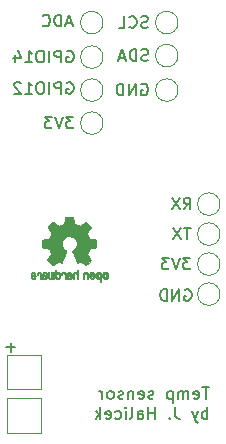
<source format=gbr>
G04 #@! TF.GenerationSoftware,KiCad,Pcbnew,(5.0.0)*
G04 #@! TF.CreationDate,2019-07-27T01:42:12+02:00*
G04 #@! TF.ProjectId,v3,76332E6B696361645F70636200000000,rev?*
G04 #@! TF.SameCoordinates,Original*
G04 #@! TF.FileFunction,Legend,Bot*
G04 #@! TF.FilePolarity,Positive*
%FSLAX46Y46*%
G04 Gerber Fmt 4.6, Leading zero omitted, Abs format (unit mm)*
G04 Created by KiCad (PCBNEW (5.0.0)) date 07/27/19 01:42:12*
%MOMM*%
%LPD*%
G01*
G04 APERTURE LIST*
%ADD10C,0.200000*%
%ADD11C,0.120000*%
%ADD12C,0.010000*%
%ADD13C,0.150000*%
G04 APERTURE END LIST*
D10*
X155730761Y-85089380D02*
X155159333Y-85089380D01*
X155445047Y-86089380D02*
X155445047Y-85089380D01*
X154445047Y-86041761D02*
X154540285Y-86089380D01*
X154730761Y-86089380D01*
X154826000Y-86041761D01*
X154873619Y-85946523D01*
X154873619Y-85565571D01*
X154826000Y-85470333D01*
X154730761Y-85422714D01*
X154540285Y-85422714D01*
X154445047Y-85470333D01*
X154397428Y-85565571D01*
X154397428Y-85660809D01*
X154873619Y-85756047D01*
X153968857Y-86089380D02*
X153968857Y-85422714D01*
X153968857Y-85517952D02*
X153921238Y-85470333D01*
X153826000Y-85422714D01*
X153683142Y-85422714D01*
X153587904Y-85470333D01*
X153540285Y-85565571D01*
X153540285Y-86089380D01*
X153540285Y-85565571D02*
X153492666Y-85470333D01*
X153397428Y-85422714D01*
X153254571Y-85422714D01*
X153159333Y-85470333D01*
X153111714Y-85565571D01*
X153111714Y-86089380D01*
X152635523Y-85422714D02*
X152635523Y-86422714D01*
X152635523Y-85470333D02*
X152540285Y-85422714D01*
X152349809Y-85422714D01*
X152254571Y-85470333D01*
X152206952Y-85517952D01*
X152159333Y-85613190D01*
X152159333Y-85898904D01*
X152206952Y-85994142D01*
X152254571Y-86041761D01*
X152349809Y-86089380D01*
X152540285Y-86089380D01*
X152635523Y-86041761D01*
X151016476Y-86041761D02*
X150921238Y-86089380D01*
X150730761Y-86089380D01*
X150635523Y-86041761D01*
X150587904Y-85946523D01*
X150587904Y-85898904D01*
X150635523Y-85803666D01*
X150730761Y-85756047D01*
X150873619Y-85756047D01*
X150968857Y-85708428D01*
X151016476Y-85613190D01*
X151016476Y-85565571D01*
X150968857Y-85470333D01*
X150873619Y-85422714D01*
X150730761Y-85422714D01*
X150635523Y-85470333D01*
X149778380Y-86041761D02*
X149873619Y-86089380D01*
X150064095Y-86089380D01*
X150159333Y-86041761D01*
X150206952Y-85946523D01*
X150206952Y-85565571D01*
X150159333Y-85470333D01*
X150064095Y-85422714D01*
X149873619Y-85422714D01*
X149778380Y-85470333D01*
X149730761Y-85565571D01*
X149730761Y-85660809D01*
X150206952Y-85756047D01*
X149302190Y-85422714D02*
X149302190Y-86089380D01*
X149302190Y-85517952D02*
X149254571Y-85470333D01*
X149159333Y-85422714D01*
X149016476Y-85422714D01*
X148921238Y-85470333D01*
X148873619Y-85565571D01*
X148873619Y-86089380D01*
X148445047Y-86041761D02*
X148349809Y-86089380D01*
X148159333Y-86089380D01*
X148064095Y-86041761D01*
X148016476Y-85946523D01*
X148016476Y-85898904D01*
X148064095Y-85803666D01*
X148159333Y-85756047D01*
X148302190Y-85756047D01*
X148397428Y-85708428D01*
X148445047Y-85613190D01*
X148445047Y-85565571D01*
X148397428Y-85470333D01*
X148302190Y-85422714D01*
X148159333Y-85422714D01*
X148064095Y-85470333D01*
X147445047Y-86089380D02*
X147540285Y-86041761D01*
X147587904Y-85994142D01*
X147635523Y-85898904D01*
X147635523Y-85613190D01*
X147587904Y-85517952D01*
X147540285Y-85470333D01*
X147445047Y-85422714D01*
X147302190Y-85422714D01*
X147206952Y-85470333D01*
X147159333Y-85517952D01*
X147111714Y-85613190D01*
X147111714Y-85898904D01*
X147159333Y-85994142D01*
X147206952Y-86041761D01*
X147302190Y-86089380D01*
X147445047Y-86089380D01*
X146683142Y-86089380D02*
X146683142Y-85422714D01*
X146683142Y-85613190D02*
X146635523Y-85517952D01*
X146587904Y-85470333D01*
X146492666Y-85422714D01*
X146397428Y-85422714D01*
X155587904Y-87789380D02*
X155587904Y-86789380D01*
X155587904Y-87170333D02*
X155492666Y-87122714D01*
X155302190Y-87122714D01*
X155206952Y-87170333D01*
X155159333Y-87217952D01*
X155111714Y-87313190D01*
X155111714Y-87598904D01*
X155159333Y-87694142D01*
X155206952Y-87741761D01*
X155302190Y-87789380D01*
X155492666Y-87789380D01*
X155587904Y-87741761D01*
X154778380Y-87122714D02*
X154540285Y-87789380D01*
X154302190Y-87122714D02*
X154540285Y-87789380D01*
X154635523Y-88027476D01*
X154683142Y-88075095D01*
X154778380Y-88122714D01*
X152873619Y-86789380D02*
X152873619Y-87503666D01*
X152921238Y-87646523D01*
X153016476Y-87741761D01*
X153159333Y-87789380D01*
X153254571Y-87789380D01*
X152397428Y-87694142D02*
X152349809Y-87741761D01*
X152397428Y-87789380D01*
X152445047Y-87741761D01*
X152397428Y-87694142D01*
X152397428Y-87789380D01*
X151159333Y-87789380D02*
X151159333Y-86789380D01*
X151159333Y-87265571D02*
X150587904Y-87265571D01*
X150587904Y-87789380D02*
X150587904Y-86789380D01*
X149683142Y-87789380D02*
X149683142Y-87265571D01*
X149730761Y-87170333D01*
X149826000Y-87122714D01*
X150016476Y-87122714D01*
X150111714Y-87170333D01*
X149683142Y-87741761D02*
X149778380Y-87789380D01*
X150016476Y-87789380D01*
X150111714Y-87741761D01*
X150159333Y-87646523D01*
X150159333Y-87551285D01*
X150111714Y-87456047D01*
X150016476Y-87408428D01*
X149778380Y-87408428D01*
X149683142Y-87360809D01*
X149064095Y-87789380D02*
X149159333Y-87741761D01*
X149206952Y-87646523D01*
X149206952Y-86789380D01*
X148683142Y-87789380D02*
X148683142Y-87122714D01*
X148683142Y-86789380D02*
X148730761Y-86837000D01*
X148683142Y-86884619D01*
X148635523Y-86837000D01*
X148683142Y-86789380D01*
X148683142Y-86884619D01*
X147778380Y-87741761D02*
X147873619Y-87789380D01*
X148064095Y-87789380D01*
X148159333Y-87741761D01*
X148206952Y-87694142D01*
X148254571Y-87598904D01*
X148254571Y-87313190D01*
X148206952Y-87217952D01*
X148159333Y-87170333D01*
X148064095Y-87122714D01*
X147873619Y-87122714D01*
X147778380Y-87170333D01*
X146968857Y-87741761D02*
X147064095Y-87789380D01*
X147254571Y-87789380D01*
X147349809Y-87741761D01*
X147397428Y-87646523D01*
X147397428Y-87265571D01*
X147349809Y-87170333D01*
X147254571Y-87122714D01*
X147064095Y-87122714D01*
X146968857Y-87170333D01*
X146921238Y-87265571D01*
X146921238Y-87360809D01*
X147397428Y-87456047D01*
X146492666Y-87789380D02*
X146492666Y-86789380D01*
X146397428Y-87408428D02*
X146111714Y-87789380D01*
X146111714Y-87122714D02*
X146492666Y-87503666D01*
D11*
G04 #@! TO.C,J7*
X156652000Y-72136000D02*
G75*
G03X156652000Y-72136000I-950000J0D01*
G01*
G04 #@! TO.C,J8*
X156652000Y-69596000D02*
G75*
G03X156652000Y-69596000I-950000J0D01*
G01*
G04 #@! TO.C,J9*
X156652000Y-74676000D02*
G75*
G03X156652000Y-74676000I-950000J0D01*
G01*
G04 #@! TO.C,J10*
X156652000Y-77216000D02*
G75*
G03X156652000Y-77216000I-950000J0D01*
G01*
G04 #@! TO.C,IO1*
X146746000Y-57150000D02*
G75*
G03X146746000Y-57150000I-950000J0D01*
G01*
G04 #@! TO.C,IO2*
X146746000Y-59944000D02*
G75*
G03X146746000Y-59944000I-950000J0D01*
G01*
G04 #@! TO.C,IO3*
X146746000Y-54229000D02*
G75*
G03X146746000Y-54229000I-950000J0D01*
G01*
G04 #@! TO.C,+*
X138631000Y-82370000D02*
X138631000Y-85270000D01*
X141531000Y-82370000D02*
X138631000Y-82370000D01*
X141531000Y-85270000D02*
X141531000Y-82370000D01*
X138631000Y-85270000D02*
X141531000Y-85270000D01*
G04 #@! TO.C,J2*
X146746000Y-62738000D02*
G75*
G03X146746000Y-62738000I-950000J0D01*
G01*
G04 #@! TO.C,J3*
X153096000Y-59944000D02*
G75*
G03X153096000Y-59944000I-950000J0D01*
G01*
G04 #@! TO.C,J4*
X153096000Y-57023000D02*
G75*
G03X153096000Y-57023000I-950000J0D01*
G01*
G04 #@! TO.C,J5*
X153096000Y-54229000D02*
G75*
G03X153096000Y-54229000I-950000J0D01*
G01*
G04 #@! TO.C,J6*
X141531000Y-88953000D02*
X141531000Y-86053000D01*
X141531000Y-86053000D02*
X138631000Y-86053000D01*
X138631000Y-86053000D02*
X138631000Y-88953000D01*
X138631000Y-88953000D02*
X141531000Y-88953000D01*
D12*
G04 #@! TO.C,REF\002A\002A*
G36*
X143787090Y-70648348D02*
X143708546Y-70648778D01*
X143651702Y-70649942D01*
X143612895Y-70652207D01*
X143588462Y-70655940D01*
X143574738Y-70661506D01*
X143568060Y-70669273D01*
X143564764Y-70679605D01*
X143564444Y-70680943D01*
X143559438Y-70705079D01*
X143550171Y-70752701D01*
X143537608Y-70818741D01*
X143522713Y-70898128D01*
X143506449Y-70985796D01*
X143505881Y-70988875D01*
X143489590Y-71074789D01*
X143474348Y-71150696D01*
X143461139Y-71212045D01*
X143450946Y-71254282D01*
X143444752Y-71272855D01*
X143444457Y-71273184D01*
X143426212Y-71282253D01*
X143388595Y-71297367D01*
X143339729Y-71315262D01*
X143339457Y-71315358D01*
X143277907Y-71338493D01*
X143205343Y-71367965D01*
X143136943Y-71397597D01*
X143133706Y-71399062D01*
X143022298Y-71449626D01*
X142775601Y-71281160D01*
X142699923Y-71229803D01*
X142631369Y-71183889D01*
X142573912Y-71146030D01*
X142531524Y-71118837D01*
X142508175Y-71104921D01*
X142505958Y-71103889D01*
X142488990Y-71108484D01*
X142457299Y-71130655D01*
X142409648Y-71171447D01*
X142344802Y-71231905D01*
X142278603Y-71296227D01*
X142214786Y-71359612D01*
X142157671Y-71417451D01*
X142110695Y-71466175D01*
X142077297Y-71502210D01*
X142060915Y-71521984D01*
X142060306Y-71523002D01*
X142058495Y-71536572D01*
X142065317Y-71558733D01*
X142082460Y-71592478D01*
X142111607Y-71640800D01*
X142154445Y-71706692D01*
X142211552Y-71791517D01*
X142262234Y-71866177D01*
X142307539Y-71933140D01*
X142344850Y-71988516D01*
X142371548Y-72028420D01*
X142385015Y-72048962D01*
X142385863Y-72050356D01*
X142384219Y-72070038D01*
X142371755Y-72108293D01*
X142350952Y-72157889D01*
X142343538Y-72173728D01*
X142311186Y-72244290D01*
X142276672Y-72324353D01*
X142248635Y-72393629D01*
X142228432Y-72445045D01*
X142212385Y-72484119D01*
X142203112Y-72504541D01*
X142201959Y-72506114D01*
X142184904Y-72508721D01*
X142144702Y-72515863D01*
X142086698Y-72526523D01*
X142016237Y-72539685D01*
X141938665Y-72554333D01*
X141859328Y-72569449D01*
X141783569Y-72584018D01*
X141716736Y-72597022D01*
X141664172Y-72607445D01*
X141631224Y-72614270D01*
X141623143Y-72616199D01*
X141614795Y-72620962D01*
X141608494Y-72631718D01*
X141603955Y-72652098D01*
X141600896Y-72685734D01*
X141599033Y-72736255D01*
X141598082Y-72807292D01*
X141597760Y-72902476D01*
X141597743Y-72941492D01*
X141597743Y-73258799D01*
X141673943Y-73273839D01*
X141716337Y-73281995D01*
X141779600Y-73293899D01*
X141856038Y-73308116D01*
X141937957Y-73323210D01*
X141960600Y-73327355D01*
X142036194Y-73342053D01*
X142102047Y-73356505D01*
X142152634Y-73369375D01*
X142182426Y-73379322D01*
X142187388Y-73382287D01*
X142199574Y-73403283D01*
X142217047Y-73443967D01*
X142236423Y-73496322D01*
X142240266Y-73507600D01*
X142265661Y-73577523D01*
X142297183Y-73656418D01*
X142328031Y-73727266D01*
X142328183Y-73727595D01*
X142379553Y-73838733D01*
X142210601Y-74087253D01*
X142041648Y-74335772D01*
X142258571Y-74553058D01*
X142324181Y-74617726D01*
X142384021Y-74674733D01*
X142434733Y-74721033D01*
X142472954Y-74753584D01*
X142495325Y-74769343D01*
X142498534Y-74770343D01*
X142517374Y-74762469D01*
X142555820Y-74740578D01*
X142609670Y-74707267D01*
X142674724Y-74665131D01*
X142745060Y-74617943D01*
X142816445Y-74569810D01*
X142880092Y-74527928D01*
X142931959Y-74494871D01*
X142968005Y-74473218D01*
X142984133Y-74465543D01*
X143003811Y-74472037D01*
X143041125Y-74489150D01*
X143088379Y-74513326D01*
X143093388Y-74516013D01*
X143157023Y-74547927D01*
X143200659Y-74563579D01*
X143227798Y-74563745D01*
X143241943Y-74549204D01*
X143242025Y-74549000D01*
X143249095Y-74531779D01*
X143265958Y-74490899D01*
X143291305Y-74429525D01*
X143323829Y-74350819D01*
X143362222Y-74257947D01*
X143405178Y-74154072D01*
X143446778Y-74053502D01*
X143492496Y-73942516D01*
X143534474Y-73839703D01*
X143571452Y-73748215D01*
X143602173Y-73671201D01*
X143625378Y-73611815D01*
X143639810Y-73573209D01*
X143644257Y-73558800D01*
X143633104Y-73542272D01*
X143603931Y-73515930D01*
X143565029Y-73486887D01*
X143454243Y-73395039D01*
X143367649Y-73289759D01*
X143306284Y-73173266D01*
X143271185Y-73047776D01*
X143263392Y-72915507D01*
X143269057Y-72854457D01*
X143299922Y-72727795D01*
X143353080Y-72615941D01*
X143425233Y-72520001D01*
X143513083Y-72441076D01*
X143613335Y-72380270D01*
X143722690Y-72338687D01*
X143837853Y-72317428D01*
X143955525Y-72317599D01*
X144072410Y-72340301D01*
X144185211Y-72386638D01*
X144290631Y-72457713D01*
X144334632Y-72497911D01*
X144419021Y-72601129D01*
X144477778Y-72713925D01*
X144511296Y-72833010D01*
X144519965Y-72955095D01*
X144504177Y-73076893D01*
X144464322Y-73195116D01*
X144400793Y-73306475D01*
X144313979Y-73407684D01*
X144216971Y-73486887D01*
X144176563Y-73517162D01*
X144148018Y-73543219D01*
X144137743Y-73558825D01*
X144143123Y-73575843D01*
X144158425Y-73616500D01*
X144182388Y-73677642D01*
X144213756Y-73756119D01*
X144251268Y-73848780D01*
X144293667Y-73952472D01*
X144335337Y-74053526D01*
X144381310Y-74164607D01*
X144423893Y-74267541D01*
X144461779Y-74359165D01*
X144493660Y-74436316D01*
X144518229Y-74495831D01*
X144534180Y-74534544D01*
X144540090Y-74549000D01*
X144554052Y-74563685D01*
X144581060Y-74563642D01*
X144624587Y-74548099D01*
X144688110Y-74516284D01*
X144688612Y-74516013D01*
X144736440Y-74491323D01*
X144775103Y-74473338D01*
X144796905Y-74465614D01*
X144797867Y-74465543D01*
X144814279Y-74473378D01*
X144850513Y-74495165D01*
X144902526Y-74528328D01*
X144966275Y-74570291D01*
X145036940Y-74617943D01*
X145108884Y-74666191D01*
X145173726Y-74708151D01*
X145227265Y-74741227D01*
X145265303Y-74762821D01*
X145283467Y-74770343D01*
X145300192Y-74760457D01*
X145333820Y-74732826D01*
X145380990Y-74690495D01*
X145438342Y-74636505D01*
X145502516Y-74573899D01*
X145523503Y-74552983D01*
X145740501Y-74335623D01*
X145575332Y-74093220D01*
X145525136Y-74018781D01*
X145481081Y-73951972D01*
X145445638Y-73896665D01*
X145421281Y-73856729D01*
X145410478Y-73836036D01*
X145410162Y-73834563D01*
X145415857Y-73815058D01*
X145431174Y-73775822D01*
X145453463Y-73723430D01*
X145469107Y-73688355D01*
X145498359Y-73621201D01*
X145525906Y-73553358D01*
X145547263Y-73496034D01*
X145553065Y-73478572D01*
X145569548Y-73431938D01*
X145585660Y-73395905D01*
X145594510Y-73382287D01*
X145614040Y-73373952D01*
X145656666Y-73362137D01*
X145716855Y-73348181D01*
X145789078Y-73333422D01*
X145821400Y-73327355D01*
X145903478Y-73312273D01*
X145982205Y-73297669D01*
X146049891Y-73284980D01*
X146098840Y-73275642D01*
X146108057Y-73273839D01*
X146184257Y-73258799D01*
X146184257Y-72941492D01*
X146184086Y-72837154D01*
X146183384Y-72758213D01*
X146181866Y-72701038D01*
X146179251Y-72661999D01*
X146175254Y-72637465D01*
X146169591Y-72623805D01*
X146161980Y-72617389D01*
X146158857Y-72616199D01*
X146140022Y-72611980D01*
X146098412Y-72603562D01*
X146039370Y-72591961D01*
X145968243Y-72578195D01*
X145890375Y-72563280D01*
X145811113Y-72548232D01*
X145735802Y-72534069D01*
X145669787Y-72521806D01*
X145618413Y-72512461D01*
X145587025Y-72507050D01*
X145580041Y-72506114D01*
X145573715Y-72493596D01*
X145559710Y-72460246D01*
X145540645Y-72412377D01*
X145533366Y-72393629D01*
X145504004Y-72321195D01*
X145469429Y-72241170D01*
X145438463Y-72173728D01*
X145415677Y-72122159D01*
X145400518Y-72079785D01*
X145395458Y-72053834D01*
X145396264Y-72050356D01*
X145406959Y-72033936D01*
X145431380Y-71997417D01*
X145466905Y-71944687D01*
X145510913Y-71879635D01*
X145560783Y-71806151D01*
X145570644Y-71791645D01*
X145628508Y-71705704D01*
X145671044Y-71640261D01*
X145699946Y-71592304D01*
X145716910Y-71558820D01*
X145723633Y-71536795D01*
X145721810Y-71523217D01*
X145721764Y-71523131D01*
X145707414Y-71505297D01*
X145675677Y-71470817D01*
X145629990Y-71423268D01*
X145573796Y-71366222D01*
X145510532Y-71303255D01*
X145503398Y-71296227D01*
X145423670Y-71219020D01*
X145362143Y-71162330D01*
X145317579Y-71125110D01*
X145288743Y-71106315D01*
X145276042Y-71103889D01*
X145257506Y-71114471D01*
X145219039Y-71138916D01*
X145164614Y-71174612D01*
X145098202Y-71218947D01*
X145023775Y-71269311D01*
X145006399Y-71281160D01*
X144759703Y-71449626D01*
X144648294Y-71399062D01*
X144580543Y-71369595D01*
X144507817Y-71339959D01*
X144445297Y-71316330D01*
X144442543Y-71315358D01*
X144393640Y-71297457D01*
X144355943Y-71282320D01*
X144337575Y-71273210D01*
X144337544Y-71273184D01*
X144331715Y-71256717D01*
X144321808Y-71216219D01*
X144308805Y-71156242D01*
X144293691Y-71081340D01*
X144277448Y-70996064D01*
X144276119Y-70988875D01*
X144259825Y-70901014D01*
X144244867Y-70821260D01*
X144232209Y-70754681D01*
X144222814Y-70706347D01*
X144217646Y-70681325D01*
X144217556Y-70680943D01*
X144214411Y-70670299D01*
X144208296Y-70662262D01*
X144195547Y-70656467D01*
X144172500Y-70652547D01*
X144135491Y-70650135D01*
X144080856Y-70648865D01*
X144004933Y-70648371D01*
X143904056Y-70648286D01*
X143891000Y-70648286D01*
X143787090Y-70648348D01*
X143787090Y-70648348D01*
G37*
X143787090Y-70648348D02*
X143708546Y-70648778D01*
X143651702Y-70649942D01*
X143612895Y-70652207D01*
X143588462Y-70655940D01*
X143574738Y-70661506D01*
X143568060Y-70669273D01*
X143564764Y-70679605D01*
X143564444Y-70680943D01*
X143559438Y-70705079D01*
X143550171Y-70752701D01*
X143537608Y-70818741D01*
X143522713Y-70898128D01*
X143506449Y-70985796D01*
X143505881Y-70988875D01*
X143489590Y-71074789D01*
X143474348Y-71150696D01*
X143461139Y-71212045D01*
X143450946Y-71254282D01*
X143444752Y-71272855D01*
X143444457Y-71273184D01*
X143426212Y-71282253D01*
X143388595Y-71297367D01*
X143339729Y-71315262D01*
X143339457Y-71315358D01*
X143277907Y-71338493D01*
X143205343Y-71367965D01*
X143136943Y-71397597D01*
X143133706Y-71399062D01*
X143022298Y-71449626D01*
X142775601Y-71281160D01*
X142699923Y-71229803D01*
X142631369Y-71183889D01*
X142573912Y-71146030D01*
X142531524Y-71118837D01*
X142508175Y-71104921D01*
X142505958Y-71103889D01*
X142488990Y-71108484D01*
X142457299Y-71130655D01*
X142409648Y-71171447D01*
X142344802Y-71231905D01*
X142278603Y-71296227D01*
X142214786Y-71359612D01*
X142157671Y-71417451D01*
X142110695Y-71466175D01*
X142077297Y-71502210D01*
X142060915Y-71521984D01*
X142060306Y-71523002D01*
X142058495Y-71536572D01*
X142065317Y-71558733D01*
X142082460Y-71592478D01*
X142111607Y-71640800D01*
X142154445Y-71706692D01*
X142211552Y-71791517D01*
X142262234Y-71866177D01*
X142307539Y-71933140D01*
X142344850Y-71988516D01*
X142371548Y-72028420D01*
X142385015Y-72048962D01*
X142385863Y-72050356D01*
X142384219Y-72070038D01*
X142371755Y-72108293D01*
X142350952Y-72157889D01*
X142343538Y-72173728D01*
X142311186Y-72244290D01*
X142276672Y-72324353D01*
X142248635Y-72393629D01*
X142228432Y-72445045D01*
X142212385Y-72484119D01*
X142203112Y-72504541D01*
X142201959Y-72506114D01*
X142184904Y-72508721D01*
X142144702Y-72515863D01*
X142086698Y-72526523D01*
X142016237Y-72539685D01*
X141938665Y-72554333D01*
X141859328Y-72569449D01*
X141783569Y-72584018D01*
X141716736Y-72597022D01*
X141664172Y-72607445D01*
X141631224Y-72614270D01*
X141623143Y-72616199D01*
X141614795Y-72620962D01*
X141608494Y-72631718D01*
X141603955Y-72652098D01*
X141600896Y-72685734D01*
X141599033Y-72736255D01*
X141598082Y-72807292D01*
X141597760Y-72902476D01*
X141597743Y-72941492D01*
X141597743Y-73258799D01*
X141673943Y-73273839D01*
X141716337Y-73281995D01*
X141779600Y-73293899D01*
X141856038Y-73308116D01*
X141937957Y-73323210D01*
X141960600Y-73327355D01*
X142036194Y-73342053D01*
X142102047Y-73356505D01*
X142152634Y-73369375D01*
X142182426Y-73379322D01*
X142187388Y-73382287D01*
X142199574Y-73403283D01*
X142217047Y-73443967D01*
X142236423Y-73496322D01*
X142240266Y-73507600D01*
X142265661Y-73577523D01*
X142297183Y-73656418D01*
X142328031Y-73727266D01*
X142328183Y-73727595D01*
X142379553Y-73838733D01*
X142210601Y-74087253D01*
X142041648Y-74335772D01*
X142258571Y-74553058D01*
X142324181Y-74617726D01*
X142384021Y-74674733D01*
X142434733Y-74721033D01*
X142472954Y-74753584D01*
X142495325Y-74769343D01*
X142498534Y-74770343D01*
X142517374Y-74762469D01*
X142555820Y-74740578D01*
X142609670Y-74707267D01*
X142674724Y-74665131D01*
X142745060Y-74617943D01*
X142816445Y-74569810D01*
X142880092Y-74527928D01*
X142931959Y-74494871D01*
X142968005Y-74473218D01*
X142984133Y-74465543D01*
X143003811Y-74472037D01*
X143041125Y-74489150D01*
X143088379Y-74513326D01*
X143093388Y-74516013D01*
X143157023Y-74547927D01*
X143200659Y-74563579D01*
X143227798Y-74563745D01*
X143241943Y-74549204D01*
X143242025Y-74549000D01*
X143249095Y-74531779D01*
X143265958Y-74490899D01*
X143291305Y-74429525D01*
X143323829Y-74350819D01*
X143362222Y-74257947D01*
X143405178Y-74154072D01*
X143446778Y-74053502D01*
X143492496Y-73942516D01*
X143534474Y-73839703D01*
X143571452Y-73748215D01*
X143602173Y-73671201D01*
X143625378Y-73611815D01*
X143639810Y-73573209D01*
X143644257Y-73558800D01*
X143633104Y-73542272D01*
X143603931Y-73515930D01*
X143565029Y-73486887D01*
X143454243Y-73395039D01*
X143367649Y-73289759D01*
X143306284Y-73173266D01*
X143271185Y-73047776D01*
X143263392Y-72915507D01*
X143269057Y-72854457D01*
X143299922Y-72727795D01*
X143353080Y-72615941D01*
X143425233Y-72520001D01*
X143513083Y-72441076D01*
X143613335Y-72380270D01*
X143722690Y-72338687D01*
X143837853Y-72317428D01*
X143955525Y-72317599D01*
X144072410Y-72340301D01*
X144185211Y-72386638D01*
X144290631Y-72457713D01*
X144334632Y-72497911D01*
X144419021Y-72601129D01*
X144477778Y-72713925D01*
X144511296Y-72833010D01*
X144519965Y-72955095D01*
X144504177Y-73076893D01*
X144464322Y-73195116D01*
X144400793Y-73306475D01*
X144313979Y-73407684D01*
X144216971Y-73486887D01*
X144176563Y-73517162D01*
X144148018Y-73543219D01*
X144137743Y-73558825D01*
X144143123Y-73575843D01*
X144158425Y-73616500D01*
X144182388Y-73677642D01*
X144213756Y-73756119D01*
X144251268Y-73848780D01*
X144293667Y-73952472D01*
X144335337Y-74053526D01*
X144381310Y-74164607D01*
X144423893Y-74267541D01*
X144461779Y-74359165D01*
X144493660Y-74436316D01*
X144518229Y-74495831D01*
X144534180Y-74534544D01*
X144540090Y-74549000D01*
X144554052Y-74563685D01*
X144581060Y-74563642D01*
X144624587Y-74548099D01*
X144688110Y-74516284D01*
X144688612Y-74516013D01*
X144736440Y-74491323D01*
X144775103Y-74473338D01*
X144796905Y-74465614D01*
X144797867Y-74465543D01*
X144814279Y-74473378D01*
X144850513Y-74495165D01*
X144902526Y-74528328D01*
X144966275Y-74570291D01*
X145036940Y-74617943D01*
X145108884Y-74666191D01*
X145173726Y-74708151D01*
X145227265Y-74741227D01*
X145265303Y-74762821D01*
X145283467Y-74770343D01*
X145300192Y-74760457D01*
X145333820Y-74732826D01*
X145380990Y-74690495D01*
X145438342Y-74636505D01*
X145502516Y-74573899D01*
X145523503Y-74552983D01*
X145740501Y-74335623D01*
X145575332Y-74093220D01*
X145525136Y-74018781D01*
X145481081Y-73951972D01*
X145445638Y-73896665D01*
X145421281Y-73856729D01*
X145410478Y-73836036D01*
X145410162Y-73834563D01*
X145415857Y-73815058D01*
X145431174Y-73775822D01*
X145453463Y-73723430D01*
X145469107Y-73688355D01*
X145498359Y-73621201D01*
X145525906Y-73553358D01*
X145547263Y-73496034D01*
X145553065Y-73478572D01*
X145569548Y-73431938D01*
X145585660Y-73395905D01*
X145594510Y-73382287D01*
X145614040Y-73373952D01*
X145656666Y-73362137D01*
X145716855Y-73348181D01*
X145789078Y-73333422D01*
X145821400Y-73327355D01*
X145903478Y-73312273D01*
X145982205Y-73297669D01*
X146049891Y-73284980D01*
X146098840Y-73275642D01*
X146108057Y-73273839D01*
X146184257Y-73258799D01*
X146184257Y-72941492D01*
X146184086Y-72837154D01*
X146183384Y-72758213D01*
X146181866Y-72701038D01*
X146179251Y-72661999D01*
X146175254Y-72637465D01*
X146169591Y-72623805D01*
X146161980Y-72617389D01*
X146158857Y-72616199D01*
X146140022Y-72611980D01*
X146098412Y-72603562D01*
X146039370Y-72591961D01*
X145968243Y-72578195D01*
X145890375Y-72563280D01*
X145811113Y-72548232D01*
X145735802Y-72534069D01*
X145669787Y-72521806D01*
X145618413Y-72512461D01*
X145587025Y-72507050D01*
X145580041Y-72506114D01*
X145573715Y-72493596D01*
X145559710Y-72460246D01*
X145540645Y-72412377D01*
X145533366Y-72393629D01*
X145504004Y-72321195D01*
X145469429Y-72241170D01*
X145438463Y-72173728D01*
X145415677Y-72122159D01*
X145400518Y-72079785D01*
X145395458Y-72053834D01*
X145396264Y-72050356D01*
X145406959Y-72033936D01*
X145431380Y-71997417D01*
X145466905Y-71944687D01*
X145510913Y-71879635D01*
X145560783Y-71806151D01*
X145570644Y-71791645D01*
X145628508Y-71705704D01*
X145671044Y-71640261D01*
X145699946Y-71592304D01*
X145716910Y-71558820D01*
X145723633Y-71536795D01*
X145721810Y-71523217D01*
X145721764Y-71523131D01*
X145707414Y-71505297D01*
X145675677Y-71470817D01*
X145629990Y-71423268D01*
X145573796Y-71366222D01*
X145510532Y-71303255D01*
X145503398Y-71296227D01*
X145423670Y-71219020D01*
X145362143Y-71162330D01*
X145317579Y-71125110D01*
X145288743Y-71106315D01*
X145276042Y-71103889D01*
X145257506Y-71114471D01*
X145219039Y-71138916D01*
X145164614Y-71174612D01*
X145098202Y-71218947D01*
X145023775Y-71269311D01*
X145006399Y-71281160D01*
X144759703Y-71449626D01*
X144648294Y-71399062D01*
X144580543Y-71369595D01*
X144507817Y-71339959D01*
X144445297Y-71316330D01*
X144442543Y-71315358D01*
X144393640Y-71297457D01*
X144355943Y-71282320D01*
X144337575Y-71273210D01*
X144337544Y-71273184D01*
X144331715Y-71256717D01*
X144321808Y-71216219D01*
X144308805Y-71156242D01*
X144293691Y-71081340D01*
X144277448Y-70996064D01*
X144276119Y-70988875D01*
X144259825Y-70901014D01*
X144244867Y-70821260D01*
X144232209Y-70754681D01*
X144222814Y-70706347D01*
X144217646Y-70681325D01*
X144217556Y-70680943D01*
X144214411Y-70670299D01*
X144208296Y-70662262D01*
X144195547Y-70656467D01*
X144172500Y-70652547D01*
X144135491Y-70650135D01*
X144080856Y-70648865D01*
X144004933Y-70648371D01*
X143904056Y-70648286D01*
X143891000Y-70648286D01*
X143787090Y-70648348D01*
G36*
X140737405Y-75372966D02*
X140679979Y-75410497D01*
X140652281Y-75444096D01*
X140630338Y-75505064D01*
X140628595Y-75553308D01*
X140632543Y-75617816D01*
X140781314Y-75682934D01*
X140853651Y-75716202D01*
X140900916Y-75742964D01*
X140925493Y-75766144D01*
X140929763Y-75788667D01*
X140916111Y-75813455D01*
X140901057Y-75829886D01*
X140857254Y-75856235D01*
X140809611Y-75858081D01*
X140765855Y-75837546D01*
X140733711Y-75796752D01*
X140727962Y-75782347D01*
X140700424Y-75737356D01*
X140668742Y-75718182D01*
X140625286Y-75701779D01*
X140625286Y-75763966D01*
X140629128Y-75806283D01*
X140644177Y-75841969D01*
X140675720Y-75882943D01*
X140680408Y-75888267D01*
X140715494Y-75924720D01*
X140745653Y-75944283D01*
X140783385Y-75953283D01*
X140814665Y-75956230D01*
X140870615Y-75956965D01*
X140910445Y-75947660D01*
X140935292Y-75933846D01*
X140974344Y-75903467D01*
X141001375Y-75870613D01*
X141018483Y-75829294D01*
X141027762Y-75773521D01*
X141031307Y-75697305D01*
X141031590Y-75658622D01*
X141030628Y-75612247D01*
X140942993Y-75612247D01*
X140941977Y-75637126D01*
X140939444Y-75641200D01*
X140922726Y-75635665D01*
X140886751Y-75621017D01*
X140838669Y-75600190D01*
X140828614Y-75595714D01*
X140767848Y-75564814D01*
X140734368Y-75537657D01*
X140727010Y-75512220D01*
X140744609Y-75486481D01*
X140759144Y-75475109D01*
X140811590Y-75452364D01*
X140860678Y-75456122D01*
X140901773Y-75483884D01*
X140930242Y-75533152D01*
X140939369Y-75572257D01*
X140942993Y-75612247D01*
X141030628Y-75612247D01*
X141029715Y-75568249D01*
X141022804Y-75501384D01*
X141009116Y-75452695D01*
X140986904Y-75416849D01*
X140954426Y-75388513D01*
X140940267Y-75379355D01*
X140875947Y-75355507D01*
X140805527Y-75354006D01*
X140737405Y-75372966D01*
X140737405Y-75372966D01*
G37*
X140737405Y-75372966D02*
X140679979Y-75410497D01*
X140652281Y-75444096D01*
X140630338Y-75505064D01*
X140628595Y-75553308D01*
X140632543Y-75617816D01*
X140781314Y-75682934D01*
X140853651Y-75716202D01*
X140900916Y-75742964D01*
X140925493Y-75766144D01*
X140929763Y-75788667D01*
X140916111Y-75813455D01*
X140901057Y-75829886D01*
X140857254Y-75856235D01*
X140809611Y-75858081D01*
X140765855Y-75837546D01*
X140733711Y-75796752D01*
X140727962Y-75782347D01*
X140700424Y-75737356D01*
X140668742Y-75718182D01*
X140625286Y-75701779D01*
X140625286Y-75763966D01*
X140629128Y-75806283D01*
X140644177Y-75841969D01*
X140675720Y-75882943D01*
X140680408Y-75888267D01*
X140715494Y-75924720D01*
X140745653Y-75944283D01*
X140783385Y-75953283D01*
X140814665Y-75956230D01*
X140870615Y-75956965D01*
X140910445Y-75947660D01*
X140935292Y-75933846D01*
X140974344Y-75903467D01*
X141001375Y-75870613D01*
X141018483Y-75829294D01*
X141027762Y-75773521D01*
X141031307Y-75697305D01*
X141031590Y-75658622D01*
X141030628Y-75612247D01*
X140942993Y-75612247D01*
X140941977Y-75637126D01*
X140939444Y-75641200D01*
X140922726Y-75635665D01*
X140886751Y-75621017D01*
X140838669Y-75600190D01*
X140828614Y-75595714D01*
X140767848Y-75564814D01*
X140734368Y-75537657D01*
X140727010Y-75512220D01*
X140744609Y-75486481D01*
X140759144Y-75475109D01*
X140811590Y-75452364D01*
X140860678Y-75456122D01*
X140901773Y-75483884D01*
X140930242Y-75533152D01*
X140939369Y-75572257D01*
X140942993Y-75612247D01*
X141030628Y-75612247D01*
X141029715Y-75568249D01*
X141022804Y-75501384D01*
X141009116Y-75452695D01*
X140986904Y-75416849D01*
X140954426Y-75388513D01*
X140940267Y-75379355D01*
X140875947Y-75355507D01*
X140805527Y-75354006D01*
X140737405Y-75372966D01*
G36*
X141238400Y-75364752D02*
X141221052Y-75372334D01*
X141179644Y-75405128D01*
X141144235Y-75452547D01*
X141122336Y-75503151D01*
X141118771Y-75528098D01*
X141130721Y-75562927D01*
X141156933Y-75581357D01*
X141185036Y-75592516D01*
X141197905Y-75594572D01*
X141204171Y-75579649D01*
X141216544Y-75547175D01*
X141221972Y-75532502D01*
X141252410Y-75481744D01*
X141296480Y-75456427D01*
X141352990Y-75457206D01*
X141357175Y-75458203D01*
X141387345Y-75472507D01*
X141409524Y-75500393D01*
X141424673Y-75545287D01*
X141433750Y-75610615D01*
X141437714Y-75699804D01*
X141438086Y-75747261D01*
X141438270Y-75822071D01*
X141439478Y-75873069D01*
X141442691Y-75905471D01*
X141448891Y-75924495D01*
X141459060Y-75935356D01*
X141474181Y-75943272D01*
X141475054Y-75943670D01*
X141504172Y-75955981D01*
X141518597Y-75960514D01*
X141520814Y-75946809D01*
X141522711Y-75908925D01*
X141524153Y-75851715D01*
X141525002Y-75780027D01*
X141525171Y-75727565D01*
X141524308Y-75626047D01*
X141520930Y-75549032D01*
X141513858Y-75492023D01*
X141501912Y-75450526D01*
X141483910Y-75420043D01*
X141458673Y-75396080D01*
X141433753Y-75379355D01*
X141373829Y-75357097D01*
X141304089Y-75352076D01*
X141238400Y-75364752D01*
X141238400Y-75364752D01*
G37*
X141238400Y-75364752D02*
X141221052Y-75372334D01*
X141179644Y-75405128D01*
X141144235Y-75452547D01*
X141122336Y-75503151D01*
X141118771Y-75528098D01*
X141130721Y-75562927D01*
X141156933Y-75581357D01*
X141185036Y-75592516D01*
X141197905Y-75594572D01*
X141204171Y-75579649D01*
X141216544Y-75547175D01*
X141221972Y-75532502D01*
X141252410Y-75481744D01*
X141296480Y-75456427D01*
X141352990Y-75457206D01*
X141357175Y-75458203D01*
X141387345Y-75472507D01*
X141409524Y-75500393D01*
X141424673Y-75545287D01*
X141433750Y-75610615D01*
X141437714Y-75699804D01*
X141438086Y-75747261D01*
X141438270Y-75822071D01*
X141439478Y-75873069D01*
X141442691Y-75905471D01*
X141448891Y-75924495D01*
X141459060Y-75935356D01*
X141474181Y-75943272D01*
X141475054Y-75943670D01*
X141504172Y-75955981D01*
X141518597Y-75960514D01*
X141520814Y-75946809D01*
X141522711Y-75908925D01*
X141524153Y-75851715D01*
X141525002Y-75780027D01*
X141525171Y-75727565D01*
X141524308Y-75626047D01*
X141520930Y-75549032D01*
X141513858Y-75492023D01*
X141501912Y-75450526D01*
X141483910Y-75420043D01*
X141458673Y-75396080D01*
X141433753Y-75379355D01*
X141373829Y-75357097D01*
X141304089Y-75352076D01*
X141238400Y-75364752D01*
G36*
X141746124Y-75362335D02*
X141704333Y-75381344D01*
X141671531Y-75404378D01*
X141647497Y-75430133D01*
X141630903Y-75463358D01*
X141620423Y-75508800D01*
X141614729Y-75571207D01*
X141612493Y-75655327D01*
X141612257Y-75710721D01*
X141612257Y-75926826D01*
X141649226Y-75943670D01*
X141678344Y-75955981D01*
X141692769Y-75960514D01*
X141695528Y-75947025D01*
X141697718Y-75910653D01*
X141699058Y-75857542D01*
X141699343Y-75815372D01*
X141700566Y-75754447D01*
X141703864Y-75706115D01*
X141708679Y-75676518D01*
X141712504Y-75670229D01*
X141738217Y-75676652D01*
X141778582Y-75693125D01*
X141825321Y-75715458D01*
X141870155Y-75739457D01*
X141904807Y-75760930D01*
X141920998Y-75775685D01*
X141921062Y-75775845D01*
X141919670Y-75803152D01*
X141907182Y-75829219D01*
X141885257Y-75850392D01*
X141853257Y-75857474D01*
X141825908Y-75856649D01*
X141787174Y-75856042D01*
X141766842Y-75865116D01*
X141754631Y-75889092D01*
X141753091Y-75893613D01*
X141747797Y-75927806D01*
X141761953Y-75948568D01*
X141798852Y-75958462D01*
X141838711Y-75960292D01*
X141910438Y-75946727D01*
X141947568Y-75927355D01*
X141993424Y-75881845D01*
X142017744Y-75825983D01*
X142019927Y-75766957D01*
X141999371Y-75711953D01*
X141968451Y-75677486D01*
X141937580Y-75658189D01*
X141889058Y-75633759D01*
X141832515Y-75608985D01*
X141823090Y-75605199D01*
X141760981Y-75577791D01*
X141725178Y-75553634D01*
X141713663Y-75529619D01*
X141724420Y-75502635D01*
X141742886Y-75481543D01*
X141786531Y-75455572D01*
X141834554Y-75453624D01*
X141878594Y-75473637D01*
X141910291Y-75513551D01*
X141914451Y-75523848D01*
X141938673Y-75561724D01*
X141974035Y-75589842D01*
X142018657Y-75612917D01*
X142018657Y-75547485D01*
X142016031Y-75507506D01*
X142004770Y-75475997D01*
X141979801Y-75442378D01*
X141955831Y-75416484D01*
X141918559Y-75379817D01*
X141889599Y-75360121D01*
X141858495Y-75352220D01*
X141823287Y-75350914D01*
X141746124Y-75362335D01*
X141746124Y-75362335D01*
G37*
X141746124Y-75362335D02*
X141704333Y-75381344D01*
X141671531Y-75404378D01*
X141647497Y-75430133D01*
X141630903Y-75463358D01*
X141620423Y-75508800D01*
X141614729Y-75571207D01*
X141612493Y-75655327D01*
X141612257Y-75710721D01*
X141612257Y-75926826D01*
X141649226Y-75943670D01*
X141678344Y-75955981D01*
X141692769Y-75960514D01*
X141695528Y-75947025D01*
X141697718Y-75910653D01*
X141699058Y-75857542D01*
X141699343Y-75815372D01*
X141700566Y-75754447D01*
X141703864Y-75706115D01*
X141708679Y-75676518D01*
X141712504Y-75670229D01*
X141738217Y-75676652D01*
X141778582Y-75693125D01*
X141825321Y-75715458D01*
X141870155Y-75739457D01*
X141904807Y-75760930D01*
X141920998Y-75775685D01*
X141921062Y-75775845D01*
X141919670Y-75803152D01*
X141907182Y-75829219D01*
X141885257Y-75850392D01*
X141853257Y-75857474D01*
X141825908Y-75856649D01*
X141787174Y-75856042D01*
X141766842Y-75865116D01*
X141754631Y-75889092D01*
X141753091Y-75893613D01*
X141747797Y-75927806D01*
X141761953Y-75948568D01*
X141798852Y-75958462D01*
X141838711Y-75960292D01*
X141910438Y-75946727D01*
X141947568Y-75927355D01*
X141993424Y-75881845D01*
X142017744Y-75825983D01*
X142019927Y-75766957D01*
X141999371Y-75711953D01*
X141968451Y-75677486D01*
X141937580Y-75658189D01*
X141889058Y-75633759D01*
X141832515Y-75608985D01*
X141823090Y-75605199D01*
X141760981Y-75577791D01*
X141725178Y-75553634D01*
X141713663Y-75529619D01*
X141724420Y-75502635D01*
X141742886Y-75481543D01*
X141786531Y-75455572D01*
X141834554Y-75453624D01*
X141878594Y-75473637D01*
X141910291Y-75513551D01*
X141914451Y-75523848D01*
X141938673Y-75561724D01*
X141974035Y-75589842D01*
X142018657Y-75612917D01*
X142018657Y-75547485D01*
X142016031Y-75507506D01*
X142004770Y-75475997D01*
X141979801Y-75442378D01*
X141955831Y-75416484D01*
X141918559Y-75379817D01*
X141889599Y-75360121D01*
X141858495Y-75352220D01*
X141823287Y-75350914D01*
X141746124Y-75362335D01*
G36*
X142111167Y-75364663D02*
X142108952Y-75402850D01*
X142107216Y-75460886D01*
X142106101Y-75534180D01*
X142105743Y-75611055D01*
X142105743Y-75871196D01*
X142151674Y-75917127D01*
X142183325Y-75945429D01*
X142211110Y-75956893D01*
X142249085Y-75956168D01*
X142264160Y-75954321D01*
X142311274Y-75948948D01*
X142350244Y-75945869D01*
X142359743Y-75945585D01*
X142391767Y-75947445D01*
X142437568Y-75952114D01*
X142455326Y-75954321D01*
X142498943Y-75957735D01*
X142528255Y-75950320D01*
X142557320Y-75927427D01*
X142567812Y-75917127D01*
X142613743Y-75871196D01*
X142613743Y-75384602D01*
X142576774Y-75367758D01*
X142544941Y-75355282D01*
X142526317Y-75350914D01*
X142521542Y-75364718D01*
X142517079Y-75403286D01*
X142513225Y-75462356D01*
X142510278Y-75537663D01*
X142508857Y-75601286D01*
X142504886Y-75851657D01*
X142470241Y-75856556D01*
X142438732Y-75853131D01*
X142423292Y-75842041D01*
X142418977Y-75821308D01*
X142415292Y-75777145D01*
X142412531Y-75715146D01*
X142410988Y-75640909D01*
X142410765Y-75602706D01*
X142410543Y-75382783D01*
X142364834Y-75366849D01*
X142332482Y-75356015D01*
X142314885Y-75350962D01*
X142314377Y-75350914D01*
X142312612Y-75364648D01*
X142310671Y-75402730D01*
X142308718Y-75460482D01*
X142306916Y-75533227D01*
X142305657Y-75601286D01*
X142301686Y-75851657D01*
X142214600Y-75851657D01*
X142210604Y-75623240D01*
X142206608Y-75394822D01*
X142164153Y-75372868D01*
X142132808Y-75357793D01*
X142114256Y-75350951D01*
X142113721Y-75350914D01*
X142111167Y-75364663D01*
X142111167Y-75364663D01*
G37*
X142111167Y-75364663D02*
X142108952Y-75402850D01*
X142107216Y-75460886D01*
X142106101Y-75534180D01*
X142105743Y-75611055D01*
X142105743Y-75871196D01*
X142151674Y-75917127D01*
X142183325Y-75945429D01*
X142211110Y-75956893D01*
X142249085Y-75956168D01*
X142264160Y-75954321D01*
X142311274Y-75948948D01*
X142350244Y-75945869D01*
X142359743Y-75945585D01*
X142391767Y-75947445D01*
X142437568Y-75952114D01*
X142455326Y-75954321D01*
X142498943Y-75957735D01*
X142528255Y-75950320D01*
X142557320Y-75927427D01*
X142567812Y-75917127D01*
X142613743Y-75871196D01*
X142613743Y-75384602D01*
X142576774Y-75367758D01*
X142544941Y-75355282D01*
X142526317Y-75350914D01*
X142521542Y-75364718D01*
X142517079Y-75403286D01*
X142513225Y-75462356D01*
X142510278Y-75537663D01*
X142508857Y-75601286D01*
X142504886Y-75851657D01*
X142470241Y-75856556D01*
X142438732Y-75853131D01*
X142423292Y-75842041D01*
X142418977Y-75821308D01*
X142415292Y-75777145D01*
X142412531Y-75715146D01*
X142410988Y-75640909D01*
X142410765Y-75602706D01*
X142410543Y-75382783D01*
X142364834Y-75366849D01*
X142332482Y-75356015D01*
X142314885Y-75350962D01*
X142314377Y-75350914D01*
X142312612Y-75364648D01*
X142310671Y-75402730D01*
X142308718Y-75460482D01*
X142306916Y-75533227D01*
X142305657Y-75601286D01*
X142301686Y-75851657D01*
X142214600Y-75851657D01*
X142210604Y-75623240D01*
X142206608Y-75394822D01*
X142164153Y-75372868D01*
X142132808Y-75357793D01*
X142114256Y-75350951D01*
X142113721Y-75350914D01*
X142111167Y-75364663D01*
G36*
X142700883Y-75471358D02*
X142701067Y-75579837D01*
X142701781Y-75663287D01*
X142703325Y-75725704D01*
X142705999Y-75771085D01*
X142710106Y-75803429D01*
X142715945Y-75826733D01*
X142723818Y-75844995D01*
X142729779Y-75855418D01*
X142779145Y-75911945D01*
X142841736Y-75947377D01*
X142910987Y-75960090D01*
X142980332Y-75948463D01*
X143021625Y-75927568D01*
X143064975Y-75891422D01*
X143094519Y-75847276D01*
X143112345Y-75789462D01*
X143120537Y-75712313D01*
X143121698Y-75655714D01*
X143121542Y-75651647D01*
X143020143Y-75651647D01*
X143019524Y-75716550D01*
X143016686Y-75759514D01*
X143010160Y-75787622D01*
X142998477Y-75807953D01*
X142984517Y-75823288D01*
X142937635Y-75852890D01*
X142887299Y-75855419D01*
X142839724Y-75830705D01*
X142836021Y-75827356D01*
X142820217Y-75809935D01*
X142810307Y-75789209D01*
X142804942Y-75758362D01*
X142802772Y-75710577D01*
X142802429Y-75657748D01*
X142803173Y-75591381D01*
X142806252Y-75547106D01*
X142812939Y-75518009D01*
X142824504Y-75497173D01*
X142833987Y-75486107D01*
X142878040Y-75458198D01*
X142928776Y-75454843D01*
X142977204Y-75476159D01*
X142986550Y-75484073D01*
X143002460Y-75501647D01*
X143012390Y-75522587D01*
X143017722Y-75553782D01*
X143019837Y-75602122D01*
X143020143Y-75651647D01*
X143121542Y-75651647D01*
X143118190Y-75564568D01*
X143106274Y-75496086D01*
X143083865Y-75444600D01*
X143048876Y-75404443D01*
X143021625Y-75383861D01*
X142972093Y-75361625D01*
X142914684Y-75351304D01*
X142861318Y-75354067D01*
X142831457Y-75365212D01*
X142819739Y-75368383D01*
X142811963Y-75356557D01*
X142806535Y-75324866D01*
X142802429Y-75276593D01*
X142797933Y-75222829D01*
X142791687Y-75190482D01*
X142780324Y-75171985D01*
X142760472Y-75159770D01*
X142748000Y-75154362D01*
X142700829Y-75134601D01*
X142700883Y-75471358D01*
X142700883Y-75471358D01*
G37*
X142700883Y-75471358D02*
X142701067Y-75579837D01*
X142701781Y-75663287D01*
X142703325Y-75725704D01*
X142705999Y-75771085D01*
X142710106Y-75803429D01*
X142715945Y-75826733D01*
X142723818Y-75844995D01*
X142729779Y-75855418D01*
X142779145Y-75911945D01*
X142841736Y-75947377D01*
X142910987Y-75960090D01*
X142980332Y-75948463D01*
X143021625Y-75927568D01*
X143064975Y-75891422D01*
X143094519Y-75847276D01*
X143112345Y-75789462D01*
X143120537Y-75712313D01*
X143121698Y-75655714D01*
X143121542Y-75651647D01*
X143020143Y-75651647D01*
X143019524Y-75716550D01*
X143016686Y-75759514D01*
X143010160Y-75787622D01*
X142998477Y-75807953D01*
X142984517Y-75823288D01*
X142937635Y-75852890D01*
X142887299Y-75855419D01*
X142839724Y-75830705D01*
X142836021Y-75827356D01*
X142820217Y-75809935D01*
X142810307Y-75789209D01*
X142804942Y-75758362D01*
X142802772Y-75710577D01*
X142802429Y-75657748D01*
X142803173Y-75591381D01*
X142806252Y-75547106D01*
X142812939Y-75518009D01*
X142824504Y-75497173D01*
X142833987Y-75486107D01*
X142878040Y-75458198D01*
X142928776Y-75454843D01*
X142977204Y-75476159D01*
X142986550Y-75484073D01*
X143002460Y-75501647D01*
X143012390Y-75522587D01*
X143017722Y-75553782D01*
X143019837Y-75602122D01*
X143020143Y-75651647D01*
X143121542Y-75651647D01*
X143118190Y-75564568D01*
X143106274Y-75496086D01*
X143083865Y-75444600D01*
X143048876Y-75404443D01*
X143021625Y-75383861D01*
X142972093Y-75361625D01*
X142914684Y-75351304D01*
X142861318Y-75354067D01*
X142831457Y-75365212D01*
X142819739Y-75368383D01*
X142811963Y-75356557D01*
X142806535Y-75324866D01*
X142802429Y-75276593D01*
X142797933Y-75222829D01*
X142791687Y-75190482D01*
X142780324Y-75171985D01*
X142760472Y-75159770D01*
X142748000Y-75154362D01*
X142700829Y-75134601D01*
X142700883Y-75471358D01*
G36*
X143361074Y-75355755D02*
X143295142Y-75380084D01*
X143241727Y-75423117D01*
X143220836Y-75453409D01*
X143198061Y-75508994D01*
X143198534Y-75549186D01*
X143222438Y-75576217D01*
X143231283Y-75580813D01*
X143269470Y-75595144D01*
X143288972Y-75591472D01*
X143295578Y-75567407D01*
X143295914Y-75554114D01*
X143308008Y-75505210D01*
X143339529Y-75470999D01*
X143383341Y-75454476D01*
X143432305Y-75458634D01*
X143472106Y-75480227D01*
X143485550Y-75492544D01*
X143495079Y-75507487D01*
X143501515Y-75530075D01*
X143505683Y-75565328D01*
X143508403Y-75618266D01*
X143510498Y-75693907D01*
X143511040Y-75717857D01*
X143513019Y-75799790D01*
X143515269Y-75857455D01*
X143518643Y-75895608D01*
X143523994Y-75919004D01*
X143532176Y-75932398D01*
X143544041Y-75940545D01*
X143551638Y-75944144D01*
X143583898Y-75956452D01*
X143602889Y-75960514D01*
X143609164Y-75946948D01*
X143612994Y-75905934D01*
X143614400Y-75836999D01*
X143613402Y-75739669D01*
X143613092Y-75724657D01*
X143610899Y-75635859D01*
X143608307Y-75571019D01*
X143604618Y-75525067D01*
X143599136Y-75492935D01*
X143591165Y-75469553D01*
X143580007Y-75449852D01*
X143574170Y-75441410D01*
X143540704Y-75404057D01*
X143503273Y-75375003D01*
X143498691Y-75372467D01*
X143431574Y-75352443D01*
X143361074Y-75355755D01*
X143361074Y-75355755D01*
G37*
X143361074Y-75355755D02*
X143295142Y-75380084D01*
X143241727Y-75423117D01*
X143220836Y-75453409D01*
X143198061Y-75508994D01*
X143198534Y-75549186D01*
X143222438Y-75576217D01*
X143231283Y-75580813D01*
X143269470Y-75595144D01*
X143288972Y-75591472D01*
X143295578Y-75567407D01*
X143295914Y-75554114D01*
X143308008Y-75505210D01*
X143339529Y-75470999D01*
X143383341Y-75454476D01*
X143432305Y-75458634D01*
X143472106Y-75480227D01*
X143485550Y-75492544D01*
X143495079Y-75507487D01*
X143501515Y-75530075D01*
X143505683Y-75565328D01*
X143508403Y-75618266D01*
X143510498Y-75693907D01*
X143511040Y-75717857D01*
X143513019Y-75799790D01*
X143515269Y-75857455D01*
X143518643Y-75895608D01*
X143523994Y-75919004D01*
X143532176Y-75932398D01*
X143544041Y-75940545D01*
X143551638Y-75944144D01*
X143583898Y-75956452D01*
X143602889Y-75960514D01*
X143609164Y-75946948D01*
X143612994Y-75905934D01*
X143614400Y-75836999D01*
X143613402Y-75739669D01*
X143613092Y-75724657D01*
X143610899Y-75635859D01*
X143608307Y-75571019D01*
X143604618Y-75525067D01*
X143599136Y-75492935D01*
X143591165Y-75469553D01*
X143580007Y-75449852D01*
X143574170Y-75441410D01*
X143540704Y-75404057D01*
X143503273Y-75375003D01*
X143498691Y-75372467D01*
X143431574Y-75352443D01*
X143361074Y-75355755D01*
G36*
X143851256Y-75356968D02*
X143794384Y-75378087D01*
X143793733Y-75378493D01*
X143758560Y-75404380D01*
X143732593Y-75434633D01*
X143714330Y-75474058D01*
X143702268Y-75527462D01*
X143694904Y-75599651D01*
X143690736Y-75695432D01*
X143690371Y-75709078D01*
X143685124Y-75914842D01*
X143729284Y-75937678D01*
X143761237Y-75953110D01*
X143780530Y-75960423D01*
X143781422Y-75960514D01*
X143784761Y-75947022D01*
X143787413Y-75910626D01*
X143789044Y-75857452D01*
X143789400Y-75814393D01*
X143789408Y-75744641D01*
X143792597Y-75700837D01*
X143803712Y-75679944D01*
X143827499Y-75678925D01*
X143868704Y-75694741D01*
X143930914Y-75723815D01*
X143976659Y-75747963D01*
X144000187Y-75768913D01*
X144007104Y-75791747D01*
X144007114Y-75792877D01*
X143995701Y-75832212D01*
X143961908Y-75853462D01*
X143910191Y-75856539D01*
X143872939Y-75856006D01*
X143853297Y-75866735D01*
X143841048Y-75892505D01*
X143833998Y-75925337D01*
X143844158Y-75943966D01*
X143847983Y-75946632D01*
X143883999Y-75957340D01*
X143934434Y-75958856D01*
X143986374Y-75951759D01*
X144023178Y-75938788D01*
X144074062Y-75895585D01*
X144102986Y-75835446D01*
X144108714Y-75788462D01*
X144104343Y-75746082D01*
X144088525Y-75711488D01*
X144057203Y-75680763D01*
X144006322Y-75649990D01*
X143931824Y-75615252D01*
X143927286Y-75613288D01*
X143860179Y-75582287D01*
X143818768Y-75556862D01*
X143801019Y-75534014D01*
X143804893Y-75510745D01*
X143828357Y-75484056D01*
X143835373Y-75477914D01*
X143882370Y-75454100D01*
X143931067Y-75455103D01*
X143973478Y-75478451D01*
X144001616Y-75521675D01*
X144004231Y-75530160D01*
X144029692Y-75571308D01*
X144061999Y-75591128D01*
X144108714Y-75610770D01*
X144108714Y-75559950D01*
X144094504Y-75486082D01*
X144052325Y-75418327D01*
X144030376Y-75395661D01*
X143980483Y-75366569D01*
X143917033Y-75353400D01*
X143851256Y-75356968D01*
X143851256Y-75356968D01*
G37*
X143851256Y-75356968D02*
X143794384Y-75378087D01*
X143793733Y-75378493D01*
X143758560Y-75404380D01*
X143732593Y-75434633D01*
X143714330Y-75474058D01*
X143702268Y-75527462D01*
X143694904Y-75599651D01*
X143690736Y-75695432D01*
X143690371Y-75709078D01*
X143685124Y-75914842D01*
X143729284Y-75937678D01*
X143761237Y-75953110D01*
X143780530Y-75960423D01*
X143781422Y-75960514D01*
X143784761Y-75947022D01*
X143787413Y-75910626D01*
X143789044Y-75857452D01*
X143789400Y-75814393D01*
X143789408Y-75744641D01*
X143792597Y-75700837D01*
X143803712Y-75679944D01*
X143827499Y-75678925D01*
X143868704Y-75694741D01*
X143930914Y-75723815D01*
X143976659Y-75747963D01*
X144000187Y-75768913D01*
X144007104Y-75791747D01*
X144007114Y-75792877D01*
X143995701Y-75832212D01*
X143961908Y-75853462D01*
X143910191Y-75856539D01*
X143872939Y-75856006D01*
X143853297Y-75866735D01*
X143841048Y-75892505D01*
X143833998Y-75925337D01*
X143844158Y-75943966D01*
X143847983Y-75946632D01*
X143883999Y-75957340D01*
X143934434Y-75958856D01*
X143986374Y-75951759D01*
X144023178Y-75938788D01*
X144074062Y-75895585D01*
X144102986Y-75835446D01*
X144108714Y-75788462D01*
X144104343Y-75746082D01*
X144088525Y-75711488D01*
X144057203Y-75680763D01*
X144006322Y-75649990D01*
X143931824Y-75615252D01*
X143927286Y-75613288D01*
X143860179Y-75582287D01*
X143818768Y-75556862D01*
X143801019Y-75534014D01*
X143804893Y-75510745D01*
X143828357Y-75484056D01*
X143835373Y-75477914D01*
X143882370Y-75454100D01*
X143931067Y-75455103D01*
X143973478Y-75478451D01*
X144001616Y-75521675D01*
X144004231Y-75530160D01*
X144029692Y-75571308D01*
X144061999Y-75591128D01*
X144108714Y-75610770D01*
X144108714Y-75559950D01*
X144094504Y-75486082D01*
X144052325Y-75418327D01*
X144030376Y-75395661D01*
X143980483Y-75366569D01*
X143917033Y-75353400D01*
X143851256Y-75356968D01*
G36*
X144515114Y-75257289D02*
X144510861Y-75316613D01*
X144505975Y-75351572D01*
X144499205Y-75366820D01*
X144489298Y-75367015D01*
X144486086Y-75365195D01*
X144443356Y-75352015D01*
X144387773Y-75352785D01*
X144331263Y-75366333D01*
X144295918Y-75383861D01*
X144259679Y-75411861D01*
X144233187Y-75443549D01*
X144215001Y-75483813D01*
X144203678Y-75537543D01*
X144197778Y-75609626D01*
X144195857Y-75704951D01*
X144195823Y-75723237D01*
X144195800Y-75928646D01*
X144241509Y-75944580D01*
X144273973Y-75955420D01*
X144291785Y-75960468D01*
X144292309Y-75960514D01*
X144294063Y-75946828D01*
X144295556Y-75909076D01*
X144296674Y-75852224D01*
X144297303Y-75781234D01*
X144297400Y-75738073D01*
X144297602Y-75652973D01*
X144298642Y-75591981D01*
X144301169Y-75550177D01*
X144305836Y-75522642D01*
X144313293Y-75504456D01*
X144324189Y-75490698D01*
X144330993Y-75484073D01*
X144377728Y-75457375D01*
X144428728Y-75455375D01*
X144474999Y-75477955D01*
X144483556Y-75486107D01*
X144496107Y-75501436D01*
X144504812Y-75519618D01*
X144510369Y-75545909D01*
X144513474Y-75585562D01*
X144514824Y-75643832D01*
X144515114Y-75724173D01*
X144515114Y-75928646D01*
X144560823Y-75944580D01*
X144593287Y-75955420D01*
X144611099Y-75960468D01*
X144611623Y-75960514D01*
X144612963Y-75946623D01*
X144614172Y-75907439D01*
X144615199Y-75846700D01*
X144615998Y-75768141D01*
X144616519Y-75675498D01*
X144616714Y-75572509D01*
X144616714Y-75175342D01*
X144569543Y-75155444D01*
X144522371Y-75135547D01*
X144515114Y-75257289D01*
X144515114Y-75257289D01*
G37*
X144515114Y-75257289D02*
X144510861Y-75316613D01*
X144505975Y-75351572D01*
X144499205Y-75366820D01*
X144489298Y-75367015D01*
X144486086Y-75365195D01*
X144443356Y-75352015D01*
X144387773Y-75352785D01*
X144331263Y-75366333D01*
X144295918Y-75383861D01*
X144259679Y-75411861D01*
X144233187Y-75443549D01*
X144215001Y-75483813D01*
X144203678Y-75537543D01*
X144197778Y-75609626D01*
X144195857Y-75704951D01*
X144195823Y-75723237D01*
X144195800Y-75928646D01*
X144241509Y-75944580D01*
X144273973Y-75955420D01*
X144291785Y-75960468D01*
X144292309Y-75960514D01*
X144294063Y-75946828D01*
X144295556Y-75909076D01*
X144296674Y-75852224D01*
X144297303Y-75781234D01*
X144297400Y-75738073D01*
X144297602Y-75652973D01*
X144298642Y-75591981D01*
X144301169Y-75550177D01*
X144305836Y-75522642D01*
X144313293Y-75504456D01*
X144324189Y-75490698D01*
X144330993Y-75484073D01*
X144377728Y-75457375D01*
X144428728Y-75455375D01*
X144474999Y-75477955D01*
X144483556Y-75486107D01*
X144496107Y-75501436D01*
X144504812Y-75519618D01*
X144510369Y-75545909D01*
X144513474Y-75585562D01*
X144514824Y-75643832D01*
X144515114Y-75724173D01*
X144515114Y-75928646D01*
X144560823Y-75944580D01*
X144593287Y-75955420D01*
X144611099Y-75960468D01*
X144611623Y-75960514D01*
X144612963Y-75946623D01*
X144614172Y-75907439D01*
X144615199Y-75846700D01*
X144615998Y-75768141D01*
X144616519Y-75675498D01*
X144616714Y-75572509D01*
X144616714Y-75175342D01*
X144569543Y-75155444D01*
X144522371Y-75135547D01*
X144515114Y-75257289D01*
G36*
X145722697Y-75337239D02*
X145665473Y-75375735D01*
X145621251Y-75431335D01*
X145594833Y-75502086D01*
X145589490Y-75554162D01*
X145590097Y-75575893D01*
X145595178Y-75592531D01*
X145609145Y-75607437D01*
X145636411Y-75623973D01*
X145681388Y-75645498D01*
X145748489Y-75675374D01*
X145748829Y-75675524D01*
X145810593Y-75703813D01*
X145861241Y-75728933D01*
X145895596Y-75748179D01*
X145908482Y-75758848D01*
X145908486Y-75758934D01*
X145897128Y-75782166D01*
X145870569Y-75807774D01*
X145840077Y-75826221D01*
X145824630Y-75829886D01*
X145782485Y-75817212D01*
X145746192Y-75785471D01*
X145728483Y-75750572D01*
X145711448Y-75724845D01*
X145678078Y-75695546D01*
X145638851Y-75670235D01*
X145604244Y-75656471D01*
X145597007Y-75655714D01*
X145588861Y-75668160D01*
X145588370Y-75699972D01*
X145594357Y-75742866D01*
X145605643Y-75788558D01*
X145621050Y-75828761D01*
X145621829Y-75830322D01*
X145668196Y-75895062D01*
X145728289Y-75939097D01*
X145796535Y-75960711D01*
X145867362Y-75958185D01*
X145935196Y-75929804D01*
X145938212Y-75927808D01*
X145991573Y-75879448D01*
X146026660Y-75816352D01*
X146046078Y-75733387D01*
X146048684Y-75710078D01*
X146053299Y-75600055D01*
X146047767Y-75548748D01*
X145908486Y-75548748D01*
X145906676Y-75580753D01*
X145896778Y-75590093D01*
X145872102Y-75583105D01*
X145833205Y-75566587D01*
X145789725Y-75545881D01*
X145788644Y-75545333D01*
X145751791Y-75525949D01*
X145737000Y-75513013D01*
X145740647Y-75499451D01*
X145756005Y-75481632D01*
X145795077Y-75455845D01*
X145837154Y-75453950D01*
X145874897Y-75472717D01*
X145900966Y-75508915D01*
X145908486Y-75548748D01*
X146047767Y-75548748D01*
X146043806Y-75512027D01*
X146019450Y-75442212D01*
X145985544Y-75393302D01*
X145924347Y-75343878D01*
X145856937Y-75319359D01*
X145788120Y-75317797D01*
X145722697Y-75337239D01*
X145722697Y-75337239D01*
G37*
X145722697Y-75337239D02*
X145665473Y-75375735D01*
X145621251Y-75431335D01*
X145594833Y-75502086D01*
X145589490Y-75554162D01*
X145590097Y-75575893D01*
X145595178Y-75592531D01*
X145609145Y-75607437D01*
X145636411Y-75623973D01*
X145681388Y-75645498D01*
X145748489Y-75675374D01*
X145748829Y-75675524D01*
X145810593Y-75703813D01*
X145861241Y-75728933D01*
X145895596Y-75748179D01*
X145908482Y-75758848D01*
X145908486Y-75758934D01*
X145897128Y-75782166D01*
X145870569Y-75807774D01*
X145840077Y-75826221D01*
X145824630Y-75829886D01*
X145782485Y-75817212D01*
X145746192Y-75785471D01*
X145728483Y-75750572D01*
X145711448Y-75724845D01*
X145678078Y-75695546D01*
X145638851Y-75670235D01*
X145604244Y-75656471D01*
X145597007Y-75655714D01*
X145588861Y-75668160D01*
X145588370Y-75699972D01*
X145594357Y-75742866D01*
X145605643Y-75788558D01*
X145621050Y-75828761D01*
X145621829Y-75830322D01*
X145668196Y-75895062D01*
X145728289Y-75939097D01*
X145796535Y-75960711D01*
X145867362Y-75958185D01*
X145935196Y-75929804D01*
X145938212Y-75927808D01*
X145991573Y-75879448D01*
X146026660Y-75816352D01*
X146046078Y-75733387D01*
X146048684Y-75710078D01*
X146053299Y-75600055D01*
X146047767Y-75548748D01*
X145908486Y-75548748D01*
X145906676Y-75580753D01*
X145896778Y-75590093D01*
X145872102Y-75583105D01*
X145833205Y-75566587D01*
X145789725Y-75545881D01*
X145788644Y-75545333D01*
X145751791Y-75525949D01*
X145737000Y-75513013D01*
X145740647Y-75499451D01*
X145756005Y-75481632D01*
X145795077Y-75455845D01*
X145837154Y-75453950D01*
X145874897Y-75472717D01*
X145900966Y-75508915D01*
X145908486Y-75548748D01*
X146047767Y-75548748D01*
X146043806Y-75512027D01*
X146019450Y-75442212D01*
X145985544Y-75393302D01*
X145924347Y-75343878D01*
X145856937Y-75319359D01*
X145788120Y-75317797D01*
X145722697Y-75337239D01*
G36*
X146849885Y-75327962D02*
X146781855Y-75363733D01*
X146731649Y-75421301D01*
X146713815Y-75458312D01*
X146699937Y-75513882D01*
X146692833Y-75584096D01*
X146692160Y-75660727D01*
X146697573Y-75735552D01*
X146708730Y-75800342D01*
X146725286Y-75846873D01*
X146730374Y-75854887D01*
X146790645Y-75914707D01*
X146862231Y-75950535D01*
X146939908Y-75961020D01*
X147018452Y-75944810D01*
X147040311Y-75935092D01*
X147082878Y-75905143D01*
X147120237Y-75865433D01*
X147123768Y-75860397D01*
X147138119Y-75836124D01*
X147147606Y-75810178D01*
X147153210Y-75776022D01*
X147155914Y-75727119D01*
X147156701Y-75656935D01*
X147156714Y-75641200D01*
X147156678Y-75636192D01*
X147011571Y-75636192D01*
X147010727Y-75702430D01*
X147007404Y-75746386D01*
X147000417Y-75774779D01*
X146988584Y-75794325D01*
X146982543Y-75800857D01*
X146947814Y-75825680D01*
X146914097Y-75824548D01*
X146880005Y-75803016D01*
X146859671Y-75780029D01*
X146847629Y-75746478D01*
X146840866Y-75693569D01*
X146840402Y-75687399D01*
X146839248Y-75591513D01*
X146851312Y-75520299D01*
X146876430Y-75474194D01*
X146914440Y-75453635D01*
X146928008Y-75452514D01*
X146963636Y-75458152D01*
X146988006Y-75477686D01*
X147002907Y-75515042D01*
X147010125Y-75574150D01*
X147011571Y-75636192D01*
X147156678Y-75636192D01*
X147156174Y-75566413D01*
X147153904Y-75514159D01*
X147148932Y-75477949D01*
X147140287Y-75451299D01*
X147126995Y-75427722D01*
X147124057Y-75423338D01*
X147074687Y-75364249D01*
X147020891Y-75329947D01*
X146955398Y-75316331D01*
X146933158Y-75315665D01*
X146849885Y-75327962D01*
X146849885Y-75327962D01*
G37*
X146849885Y-75327962D02*
X146781855Y-75363733D01*
X146731649Y-75421301D01*
X146713815Y-75458312D01*
X146699937Y-75513882D01*
X146692833Y-75584096D01*
X146692160Y-75660727D01*
X146697573Y-75735552D01*
X146708730Y-75800342D01*
X146725286Y-75846873D01*
X146730374Y-75854887D01*
X146790645Y-75914707D01*
X146862231Y-75950535D01*
X146939908Y-75961020D01*
X147018452Y-75944810D01*
X147040311Y-75935092D01*
X147082878Y-75905143D01*
X147120237Y-75865433D01*
X147123768Y-75860397D01*
X147138119Y-75836124D01*
X147147606Y-75810178D01*
X147153210Y-75776022D01*
X147155914Y-75727119D01*
X147156701Y-75656935D01*
X147156714Y-75641200D01*
X147156678Y-75636192D01*
X147011571Y-75636192D01*
X147010727Y-75702430D01*
X147007404Y-75746386D01*
X147000417Y-75774779D01*
X146988584Y-75794325D01*
X146982543Y-75800857D01*
X146947814Y-75825680D01*
X146914097Y-75824548D01*
X146880005Y-75803016D01*
X146859671Y-75780029D01*
X146847629Y-75746478D01*
X146840866Y-75693569D01*
X146840402Y-75687399D01*
X146839248Y-75591513D01*
X146851312Y-75520299D01*
X146876430Y-75474194D01*
X146914440Y-75453635D01*
X146928008Y-75452514D01*
X146963636Y-75458152D01*
X146988006Y-75477686D01*
X147002907Y-75515042D01*
X147010125Y-75574150D01*
X147011571Y-75636192D01*
X147156678Y-75636192D01*
X147156174Y-75566413D01*
X147153904Y-75514159D01*
X147148932Y-75477949D01*
X147140287Y-75451299D01*
X147126995Y-75427722D01*
X147124057Y-75423338D01*
X147074687Y-75364249D01*
X147020891Y-75329947D01*
X146955398Y-75316331D01*
X146933158Y-75315665D01*
X146849885Y-75327962D01*
G36*
X145174907Y-75333780D02*
X145128328Y-75360723D01*
X145095943Y-75387466D01*
X145072258Y-75415484D01*
X145055941Y-75449748D01*
X145045661Y-75495227D01*
X145040086Y-75556892D01*
X145037884Y-75639711D01*
X145037629Y-75699246D01*
X145037629Y-75918391D01*
X145099314Y-75946044D01*
X145161000Y-75973697D01*
X145168257Y-75733670D01*
X145171256Y-75644028D01*
X145174402Y-75578962D01*
X145178299Y-75534026D01*
X145183553Y-75504770D01*
X145190769Y-75486748D01*
X145200550Y-75475511D01*
X145203688Y-75473079D01*
X145251239Y-75454083D01*
X145299303Y-75461600D01*
X145327914Y-75481543D01*
X145339553Y-75495675D01*
X145347609Y-75514220D01*
X145352729Y-75542334D01*
X145355559Y-75585173D01*
X145356744Y-75647895D01*
X145356943Y-75713261D01*
X145356982Y-75795268D01*
X145358386Y-75853316D01*
X145363086Y-75892465D01*
X145373013Y-75917780D01*
X145390097Y-75934323D01*
X145416268Y-75947156D01*
X145451225Y-75960491D01*
X145489404Y-75975007D01*
X145484859Y-75717389D01*
X145483029Y-75624519D01*
X145480888Y-75555889D01*
X145477819Y-75506711D01*
X145473206Y-75472198D01*
X145466432Y-75447562D01*
X145456881Y-75428016D01*
X145445366Y-75410770D01*
X145389810Y-75355680D01*
X145322020Y-75323822D01*
X145248287Y-75316191D01*
X145174907Y-75333780D01*
X145174907Y-75333780D01*
G37*
X145174907Y-75333780D02*
X145128328Y-75360723D01*
X145095943Y-75387466D01*
X145072258Y-75415484D01*
X145055941Y-75449748D01*
X145045661Y-75495227D01*
X145040086Y-75556892D01*
X145037884Y-75639711D01*
X145037629Y-75699246D01*
X145037629Y-75918391D01*
X145099314Y-75946044D01*
X145161000Y-75973697D01*
X145168257Y-75733670D01*
X145171256Y-75644028D01*
X145174402Y-75578962D01*
X145178299Y-75534026D01*
X145183553Y-75504770D01*
X145190769Y-75486748D01*
X145200550Y-75475511D01*
X145203688Y-75473079D01*
X145251239Y-75454083D01*
X145299303Y-75461600D01*
X145327914Y-75481543D01*
X145339553Y-75495675D01*
X145347609Y-75514220D01*
X145352729Y-75542334D01*
X145355559Y-75585173D01*
X145356744Y-75647895D01*
X145356943Y-75713261D01*
X145356982Y-75795268D01*
X145358386Y-75853316D01*
X145363086Y-75892465D01*
X145373013Y-75917780D01*
X145390097Y-75934323D01*
X145416268Y-75947156D01*
X145451225Y-75960491D01*
X145489404Y-75975007D01*
X145484859Y-75717389D01*
X145483029Y-75624519D01*
X145480888Y-75555889D01*
X145477819Y-75506711D01*
X145473206Y-75472198D01*
X145466432Y-75447562D01*
X145456881Y-75428016D01*
X145445366Y-75410770D01*
X145389810Y-75355680D01*
X145322020Y-75323822D01*
X145248287Y-75316191D01*
X145174907Y-75333780D01*
G36*
X146291256Y-75325918D02*
X146235799Y-75353568D01*
X146186852Y-75404480D01*
X146173371Y-75423338D01*
X146158686Y-75448015D01*
X146149158Y-75474816D01*
X146143707Y-75510587D01*
X146141253Y-75562169D01*
X146140714Y-75630267D01*
X146143148Y-75723588D01*
X146151606Y-75793657D01*
X146167826Y-75845931D01*
X146193546Y-75885869D01*
X146230503Y-75918929D01*
X146233218Y-75920886D01*
X146269640Y-75940908D01*
X146313498Y-75950815D01*
X146369276Y-75953257D01*
X146459952Y-75953257D01*
X146459990Y-76041283D01*
X146460834Y-76090308D01*
X146465976Y-76119065D01*
X146479413Y-76136311D01*
X146505142Y-76150808D01*
X146511321Y-76153769D01*
X146540236Y-76167648D01*
X146562624Y-76176414D01*
X146579271Y-76177171D01*
X146590964Y-76167023D01*
X146598490Y-76143073D01*
X146602634Y-76102426D01*
X146604185Y-76042186D01*
X146603929Y-75959455D01*
X146602651Y-75851339D01*
X146602252Y-75819000D01*
X146600815Y-75707524D01*
X146599528Y-75634603D01*
X146460029Y-75634603D01*
X146459245Y-75696499D01*
X146455760Y-75736997D01*
X146447876Y-75763708D01*
X146433895Y-75784244D01*
X146424403Y-75794260D01*
X146385596Y-75823567D01*
X146351237Y-75825952D01*
X146315784Y-75801750D01*
X146314886Y-75800857D01*
X146300461Y-75782153D01*
X146291687Y-75756732D01*
X146287261Y-75717584D01*
X146285882Y-75657697D01*
X146285857Y-75644430D01*
X146289188Y-75561901D01*
X146300031Y-75504691D01*
X146319660Y-75469766D01*
X146349350Y-75454094D01*
X146366509Y-75452514D01*
X146407234Y-75459926D01*
X146435168Y-75484330D01*
X146451983Y-75528980D01*
X146459350Y-75597130D01*
X146460029Y-75634603D01*
X146599528Y-75634603D01*
X146599292Y-75621245D01*
X146597323Y-75556333D01*
X146594550Y-75508958D01*
X146590612Y-75475290D01*
X146585151Y-75451498D01*
X146577808Y-75433753D01*
X146568223Y-75418224D01*
X146564113Y-75412381D01*
X146509595Y-75357185D01*
X146440664Y-75325890D01*
X146360928Y-75317165D01*
X146291256Y-75325918D01*
X146291256Y-75325918D01*
G37*
X146291256Y-75325918D02*
X146235799Y-75353568D01*
X146186852Y-75404480D01*
X146173371Y-75423338D01*
X146158686Y-75448015D01*
X146149158Y-75474816D01*
X146143707Y-75510587D01*
X146141253Y-75562169D01*
X146140714Y-75630267D01*
X146143148Y-75723588D01*
X146151606Y-75793657D01*
X146167826Y-75845931D01*
X146193546Y-75885869D01*
X146230503Y-75918929D01*
X146233218Y-75920886D01*
X146269640Y-75940908D01*
X146313498Y-75950815D01*
X146369276Y-75953257D01*
X146459952Y-75953257D01*
X146459990Y-76041283D01*
X146460834Y-76090308D01*
X146465976Y-76119065D01*
X146479413Y-76136311D01*
X146505142Y-76150808D01*
X146511321Y-76153769D01*
X146540236Y-76167648D01*
X146562624Y-76176414D01*
X146579271Y-76177171D01*
X146590964Y-76167023D01*
X146598490Y-76143073D01*
X146602634Y-76102426D01*
X146604185Y-76042186D01*
X146603929Y-75959455D01*
X146602651Y-75851339D01*
X146602252Y-75819000D01*
X146600815Y-75707524D01*
X146599528Y-75634603D01*
X146460029Y-75634603D01*
X146459245Y-75696499D01*
X146455760Y-75736997D01*
X146447876Y-75763708D01*
X146433895Y-75784244D01*
X146424403Y-75794260D01*
X146385596Y-75823567D01*
X146351237Y-75825952D01*
X146315784Y-75801750D01*
X146314886Y-75800857D01*
X146300461Y-75782153D01*
X146291687Y-75756732D01*
X146287261Y-75717584D01*
X146285882Y-75657697D01*
X146285857Y-75644430D01*
X146289188Y-75561901D01*
X146300031Y-75504691D01*
X146319660Y-75469766D01*
X146349350Y-75454094D01*
X146366509Y-75452514D01*
X146407234Y-75459926D01*
X146435168Y-75484330D01*
X146451983Y-75528980D01*
X146459350Y-75597130D01*
X146460029Y-75634603D01*
X146599528Y-75634603D01*
X146599292Y-75621245D01*
X146597323Y-75556333D01*
X146594550Y-75508958D01*
X146590612Y-75475290D01*
X146585151Y-75451498D01*
X146577808Y-75433753D01*
X146568223Y-75418224D01*
X146564113Y-75412381D01*
X146509595Y-75357185D01*
X146440664Y-75325890D01*
X146360928Y-75317165D01*
X146291256Y-75325918D01*
G04 #@! TO.C,J7*
D13*
X154177904Y-71588380D02*
X153606476Y-71588380D01*
X153892190Y-72588380D02*
X153892190Y-71588380D01*
X153368380Y-71588380D02*
X152701714Y-72588380D01*
X152701714Y-71588380D02*
X153368380Y-72588380D01*
G04 #@! TO.C,J8*
X153582666Y-70048380D02*
X153916000Y-69572190D01*
X154154095Y-70048380D02*
X154154095Y-69048380D01*
X153773142Y-69048380D01*
X153677904Y-69096000D01*
X153630285Y-69143619D01*
X153582666Y-69238857D01*
X153582666Y-69381714D01*
X153630285Y-69476952D01*
X153677904Y-69524571D01*
X153773142Y-69572190D01*
X154154095Y-69572190D01*
X153249333Y-69048380D02*
X152582666Y-70048380D01*
X152582666Y-69048380D02*
X153249333Y-70048380D01*
G04 #@! TO.C,J9*
X154146095Y-74128380D02*
X153527047Y-74128380D01*
X153860380Y-74509333D01*
X153717523Y-74509333D01*
X153622285Y-74556952D01*
X153574666Y-74604571D01*
X153527047Y-74699809D01*
X153527047Y-74937904D01*
X153574666Y-75033142D01*
X153622285Y-75080761D01*
X153717523Y-75128380D01*
X154003238Y-75128380D01*
X154098476Y-75080761D01*
X154146095Y-75033142D01*
X153241333Y-74128380D02*
X152908000Y-75128380D01*
X152574666Y-74128380D01*
X152336571Y-74128380D02*
X151717523Y-74128380D01*
X152050857Y-74509333D01*
X151908000Y-74509333D01*
X151812761Y-74556952D01*
X151765142Y-74604571D01*
X151717523Y-74699809D01*
X151717523Y-74937904D01*
X151765142Y-75033142D01*
X151812761Y-75080761D01*
X151908000Y-75128380D01*
X152193714Y-75128380D01*
X152288952Y-75080761D01*
X152336571Y-75033142D01*
G04 #@! TO.C,J10*
X153669904Y-76843000D02*
X153765142Y-76795380D01*
X153908000Y-76795380D01*
X154050857Y-76843000D01*
X154146095Y-76938238D01*
X154193714Y-77033476D01*
X154241333Y-77223952D01*
X154241333Y-77366809D01*
X154193714Y-77557285D01*
X154146095Y-77652523D01*
X154050857Y-77747761D01*
X153908000Y-77795380D01*
X153812761Y-77795380D01*
X153669904Y-77747761D01*
X153622285Y-77700142D01*
X153622285Y-77366809D01*
X153812761Y-77366809D01*
X153193714Y-77795380D02*
X153193714Y-76795380D01*
X152622285Y-77795380D01*
X152622285Y-76795380D01*
X152146095Y-77795380D02*
X152146095Y-76795380D01*
X151908000Y-76795380D01*
X151765142Y-76843000D01*
X151669904Y-76938238D01*
X151622285Y-77033476D01*
X151574666Y-77223952D01*
X151574666Y-77366809D01*
X151622285Y-77557285D01*
X151669904Y-77652523D01*
X151765142Y-77747761D01*
X151908000Y-77795380D01*
X152146095Y-77795380D01*
G04 #@! TO.C,IO1*
X143684380Y-56650000D02*
X143779619Y-56602380D01*
X143922476Y-56602380D01*
X144065333Y-56650000D01*
X144160571Y-56745238D01*
X144208190Y-56840476D01*
X144255809Y-57030952D01*
X144255809Y-57173809D01*
X144208190Y-57364285D01*
X144160571Y-57459523D01*
X144065333Y-57554761D01*
X143922476Y-57602380D01*
X143827238Y-57602380D01*
X143684380Y-57554761D01*
X143636761Y-57507142D01*
X143636761Y-57173809D01*
X143827238Y-57173809D01*
X143208190Y-57602380D02*
X143208190Y-56602380D01*
X142827238Y-56602380D01*
X142732000Y-56650000D01*
X142684380Y-56697619D01*
X142636761Y-56792857D01*
X142636761Y-56935714D01*
X142684380Y-57030952D01*
X142732000Y-57078571D01*
X142827238Y-57126190D01*
X143208190Y-57126190D01*
X142208190Y-57602380D02*
X142208190Y-56602380D01*
X141541523Y-56602380D02*
X141351047Y-56602380D01*
X141255809Y-56650000D01*
X141160571Y-56745238D01*
X141112952Y-56935714D01*
X141112952Y-57269047D01*
X141160571Y-57459523D01*
X141255809Y-57554761D01*
X141351047Y-57602380D01*
X141541523Y-57602380D01*
X141636761Y-57554761D01*
X141732000Y-57459523D01*
X141779619Y-57269047D01*
X141779619Y-56935714D01*
X141732000Y-56745238D01*
X141636761Y-56650000D01*
X141541523Y-56602380D01*
X140160571Y-57602380D02*
X140732000Y-57602380D01*
X140446285Y-57602380D02*
X140446285Y-56602380D01*
X140541523Y-56745238D01*
X140636761Y-56840476D01*
X140732000Y-56888095D01*
X139303428Y-56935714D02*
X139303428Y-57602380D01*
X139541523Y-56554761D02*
X139779619Y-57269047D01*
X139160571Y-57269047D01*
G04 #@! TO.C,IO2*
X143684380Y-59317000D02*
X143779619Y-59269380D01*
X143922476Y-59269380D01*
X144065333Y-59317000D01*
X144160571Y-59412238D01*
X144208190Y-59507476D01*
X144255809Y-59697952D01*
X144255809Y-59840809D01*
X144208190Y-60031285D01*
X144160571Y-60126523D01*
X144065333Y-60221761D01*
X143922476Y-60269380D01*
X143827238Y-60269380D01*
X143684380Y-60221761D01*
X143636761Y-60174142D01*
X143636761Y-59840809D01*
X143827238Y-59840809D01*
X143208190Y-60269380D02*
X143208190Y-59269380D01*
X142827238Y-59269380D01*
X142732000Y-59317000D01*
X142684380Y-59364619D01*
X142636761Y-59459857D01*
X142636761Y-59602714D01*
X142684380Y-59697952D01*
X142732000Y-59745571D01*
X142827238Y-59793190D01*
X143208190Y-59793190D01*
X142208190Y-60269380D02*
X142208190Y-59269380D01*
X141541523Y-59269380D02*
X141351047Y-59269380D01*
X141255809Y-59317000D01*
X141160571Y-59412238D01*
X141112952Y-59602714D01*
X141112952Y-59936047D01*
X141160571Y-60126523D01*
X141255809Y-60221761D01*
X141351047Y-60269380D01*
X141541523Y-60269380D01*
X141636761Y-60221761D01*
X141732000Y-60126523D01*
X141779619Y-59936047D01*
X141779619Y-59602714D01*
X141732000Y-59412238D01*
X141636761Y-59317000D01*
X141541523Y-59269380D01*
X140160571Y-60269380D02*
X140732000Y-60269380D01*
X140446285Y-60269380D02*
X140446285Y-59269380D01*
X140541523Y-59412238D01*
X140636761Y-59507476D01*
X140732000Y-59555095D01*
X139779619Y-59364619D02*
X139732000Y-59317000D01*
X139636761Y-59269380D01*
X139398666Y-59269380D01*
X139303428Y-59317000D01*
X139255809Y-59364619D01*
X139208190Y-59459857D01*
X139208190Y-59555095D01*
X139255809Y-59697952D01*
X139827238Y-60269380D01*
X139208190Y-60269380D01*
G04 #@! TO.C,IO3*
X144113095Y-54268666D02*
X143636904Y-54268666D01*
X144208333Y-54554380D02*
X143875000Y-53554380D01*
X143541666Y-54554380D01*
X143208333Y-54554380D02*
X143208333Y-53554380D01*
X142970238Y-53554380D01*
X142827380Y-53602000D01*
X142732142Y-53697238D01*
X142684523Y-53792476D01*
X142636904Y-53982952D01*
X142636904Y-54125809D01*
X142684523Y-54316285D01*
X142732142Y-54411523D01*
X142827380Y-54506761D01*
X142970238Y-54554380D01*
X143208333Y-54554380D01*
X141636904Y-54459142D02*
X141684523Y-54506761D01*
X141827380Y-54554380D01*
X141922619Y-54554380D01*
X142065476Y-54506761D01*
X142160714Y-54411523D01*
X142208333Y-54316285D01*
X142255952Y-54125809D01*
X142255952Y-53982952D01*
X142208333Y-53792476D01*
X142160714Y-53697238D01*
X142065476Y-53602000D01*
X141922619Y-53554380D01*
X141827380Y-53554380D01*
X141684523Y-53602000D01*
X141636904Y-53649619D01*
G04 #@! TO.C,+*
X139318952Y-81732428D02*
X138557047Y-81732428D01*
X138938000Y-82113380D02*
X138938000Y-81351476D01*
G04 #@! TO.C,J2*
X144240095Y-62190380D02*
X143621047Y-62190380D01*
X143954380Y-62571333D01*
X143811523Y-62571333D01*
X143716285Y-62618952D01*
X143668666Y-62666571D01*
X143621047Y-62761809D01*
X143621047Y-62999904D01*
X143668666Y-63095142D01*
X143716285Y-63142761D01*
X143811523Y-63190380D01*
X144097238Y-63190380D01*
X144192476Y-63142761D01*
X144240095Y-63095142D01*
X143335333Y-62190380D02*
X143002000Y-63190380D01*
X142668666Y-62190380D01*
X142430571Y-62190380D02*
X141811523Y-62190380D01*
X142144857Y-62571333D01*
X142002000Y-62571333D01*
X141906761Y-62618952D01*
X141859142Y-62666571D01*
X141811523Y-62761809D01*
X141811523Y-62999904D01*
X141859142Y-63095142D01*
X141906761Y-63142761D01*
X142002000Y-63190380D01*
X142287714Y-63190380D01*
X142382952Y-63142761D01*
X142430571Y-63095142D01*
G04 #@! TO.C,J3*
X149986904Y-59444000D02*
X150082142Y-59396380D01*
X150225000Y-59396380D01*
X150367857Y-59444000D01*
X150463095Y-59539238D01*
X150510714Y-59634476D01*
X150558333Y-59824952D01*
X150558333Y-59967809D01*
X150510714Y-60158285D01*
X150463095Y-60253523D01*
X150367857Y-60348761D01*
X150225000Y-60396380D01*
X150129761Y-60396380D01*
X149986904Y-60348761D01*
X149939285Y-60301142D01*
X149939285Y-59967809D01*
X150129761Y-59967809D01*
X149510714Y-60396380D02*
X149510714Y-59396380D01*
X148939285Y-60396380D01*
X148939285Y-59396380D01*
X148463095Y-60396380D02*
X148463095Y-59396380D01*
X148225000Y-59396380D01*
X148082142Y-59444000D01*
X147986904Y-59539238D01*
X147939285Y-59634476D01*
X147891666Y-59824952D01*
X147891666Y-59967809D01*
X147939285Y-60158285D01*
X147986904Y-60253523D01*
X148082142Y-60348761D01*
X148225000Y-60396380D01*
X148463095Y-60396380D01*
G04 #@! TO.C,J4*
X150566285Y-57427761D02*
X150423428Y-57475380D01*
X150185333Y-57475380D01*
X150090095Y-57427761D01*
X150042476Y-57380142D01*
X149994857Y-57284904D01*
X149994857Y-57189666D01*
X150042476Y-57094428D01*
X150090095Y-57046809D01*
X150185333Y-56999190D01*
X150375809Y-56951571D01*
X150471047Y-56903952D01*
X150518666Y-56856333D01*
X150566285Y-56761095D01*
X150566285Y-56665857D01*
X150518666Y-56570619D01*
X150471047Y-56523000D01*
X150375809Y-56475380D01*
X150137714Y-56475380D01*
X149994857Y-56523000D01*
X149566285Y-57475380D02*
X149566285Y-56475380D01*
X149328190Y-56475380D01*
X149185333Y-56523000D01*
X149090095Y-56618238D01*
X149042476Y-56713476D01*
X148994857Y-56903952D01*
X148994857Y-57046809D01*
X149042476Y-57237285D01*
X149090095Y-57332523D01*
X149185333Y-57427761D01*
X149328190Y-57475380D01*
X149566285Y-57475380D01*
X148613904Y-57189666D02*
X148137714Y-57189666D01*
X148709142Y-57475380D02*
X148375809Y-56475380D01*
X148042476Y-57475380D01*
G04 #@! TO.C,J5*
X150542476Y-54633761D02*
X150399619Y-54681380D01*
X150161523Y-54681380D01*
X150066285Y-54633761D01*
X150018666Y-54586142D01*
X149971047Y-54490904D01*
X149971047Y-54395666D01*
X150018666Y-54300428D01*
X150066285Y-54252809D01*
X150161523Y-54205190D01*
X150352000Y-54157571D01*
X150447238Y-54109952D01*
X150494857Y-54062333D01*
X150542476Y-53967095D01*
X150542476Y-53871857D01*
X150494857Y-53776619D01*
X150447238Y-53729000D01*
X150352000Y-53681380D01*
X150113904Y-53681380D01*
X149971047Y-53729000D01*
X148971047Y-54586142D02*
X149018666Y-54633761D01*
X149161523Y-54681380D01*
X149256761Y-54681380D01*
X149399619Y-54633761D01*
X149494857Y-54538523D01*
X149542476Y-54443285D01*
X149590095Y-54252809D01*
X149590095Y-54109952D01*
X149542476Y-53919476D01*
X149494857Y-53824238D01*
X149399619Y-53729000D01*
X149256761Y-53681380D01*
X149161523Y-53681380D01*
X149018666Y-53729000D01*
X148971047Y-53776619D01*
X148066285Y-54681380D02*
X148542476Y-54681380D01*
X148542476Y-53681380D01*
G04 #@! TD*
M02*

</source>
